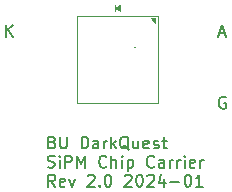
<source format=gbr>
%TF.GenerationSoftware,KiCad,Pcbnew,7.0.5-0*%
%TF.CreationDate,2024-01-09T15:12:00-05:00*%
%TF.ProjectId,SiPM chip carrier,5369504d-2063-4686-9970-206361727269,2.0*%
%TF.SameCoordinates,Original*%
%TF.FileFunction,Legend,Top*%
%TF.FilePolarity,Positive*%
%FSLAX46Y46*%
G04 Gerber Fmt 4.6, Leading zero omitted, Abs format (unit mm)*
G04 Created by KiCad (PCBNEW 7.0.5-0) date 2024-01-09 15:12:00*
%MOMM*%
%LPD*%
G01*
G04 APERTURE LIST*
%ADD10C,0.150000*%
%ADD11C,0.100000*%
G04 APERTURE END LIST*
D10*
X51588001Y-49038000D02*
G75*
G03*
X51588001Y-49038000I-1J0D01*
G01*
X58709160Y-47844104D02*
X59185350Y-47844104D01*
X58613922Y-48129819D02*
X58947255Y-47129819D01*
X58947255Y-47129819D02*
X59280588Y-48129819D01*
X59280588Y-53273438D02*
X59185350Y-53225819D01*
X59185350Y-53225819D02*
X59042493Y-53225819D01*
X59042493Y-53225819D02*
X58899636Y-53273438D01*
X58899636Y-53273438D02*
X58804398Y-53368676D01*
X58804398Y-53368676D02*
X58756779Y-53463914D01*
X58756779Y-53463914D02*
X58709160Y-53654390D01*
X58709160Y-53654390D02*
X58709160Y-53797247D01*
X58709160Y-53797247D02*
X58756779Y-53987723D01*
X58756779Y-53987723D02*
X58804398Y-54082961D01*
X58804398Y-54082961D02*
X58899636Y-54178200D01*
X58899636Y-54178200D02*
X59042493Y-54225819D01*
X59042493Y-54225819D02*
X59137731Y-54225819D01*
X59137731Y-54225819D02*
X59280588Y-54178200D01*
X59280588Y-54178200D02*
X59328207Y-54130580D01*
X59328207Y-54130580D02*
X59328207Y-53797247D01*
X59328207Y-53797247D02*
X59137731Y-53797247D01*
X40722779Y-48129819D02*
X40722779Y-47129819D01*
X41294207Y-48129819D02*
X40865636Y-47558390D01*
X41294207Y-47129819D02*
X40722779Y-47701247D01*
X44612112Y-57086009D02*
X44754969Y-57133628D01*
X44754969Y-57133628D02*
X44802588Y-57181247D01*
X44802588Y-57181247D02*
X44850207Y-57276485D01*
X44850207Y-57276485D02*
X44850207Y-57419342D01*
X44850207Y-57419342D02*
X44802588Y-57514580D01*
X44802588Y-57514580D02*
X44754969Y-57562200D01*
X44754969Y-57562200D02*
X44659731Y-57609819D01*
X44659731Y-57609819D02*
X44278779Y-57609819D01*
X44278779Y-57609819D02*
X44278779Y-56609819D01*
X44278779Y-56609819D02*
X44612112Y-56609819D01*
X44612112Y-56609819D02*
X44707350Y-56657438D01*
X44707350Y-56657438D02*
X44754969Y-56705057D01*
X44754969Y-56705057D02*
X44802588Y-56800295D01*
X44802588Y-56800295D02*
X44802588Y-56895533D01*
X44802588Y-56895533D02*
X44754969Y-56990771D01*
X44754969Y-56990771D02*
X44707350Y-57038390D01*
X44707350Y-57038390D02*
X44612112Y-57086009D01*
X44612112Y-57086009D02*
X44278779Y-57086009D01*
X45278779Y-56609819D02*
X45278779Y-57419342D01*
X45278779Y-57419342D02*
X45326398Y-57514580D01*
X45326398Y-57514580D02*
X45374017Y-57562200D01*
X45374017Y-57562200D02*
X45469255Y-57609819D01*
X45469255Y-57609819D02*
X45659731Y-57609819D01*
X45659731Y-57609819D02*
X45754969Y-57562200D01*
X45754969Y-57562200D02*
X45802588Y-57514580D01*
X45802588Y-57514580D02*
X45850207Y-57419342D01*
X45850207Y-57419342D02*
X45850207Y-56609819D01*
X47088303Y-57609819D02*
X47088303Y-56609819D01*
X47088303Y-56609819D02*
X47326398Y-56609819D01*
X47326398Y-56609819D02*
X47469255Y-56657438D01*
X47469255Y-56657438D02*
X47564493Y-56752676D01*
X47564493Y-56752676D02*
X47612112Y-56847914D01*
X47612112Y-56847914D02*
X47659731Y-57038390D01*
X47659731Y-57038390D02*
X47659731Y-57181247D01*
X47659731Y-57181247D02*
X47612112Y-57371723D01*
X47612112Y-57371723D02*
X47564493Y-57466961D01*
X47564493Y-57466961D02*
X47469255Y-57562200D01*
X47469255Y-57562200D02*
X47326398Y-57609819D01*
X47326398Y-57609819D02*
X47088303Y-57609819D01*
X48516874Y-57609819D02*
X48516874Y-57086009D01*
X48516874Y-57086009D02*
X48469255Y-56990771D01*
X48469255Y-56990771D02*
X48374017Y-56943152D01*
X48374017Y-56943152D02*
X48183541Y-56943152D01*
X48183541Y-56943152D02*
X48088303Y-56990771D01*
X48516874Y-57562200D02*
X48421636Y-57609819D01*
X48421636Y-57609819D02*
X48183541Y-57609819D01*
X48183541Y-57609819D02*
X48088303Y-57562200D01*
X48088303Y-57562200D02*
X48040684Y-57466961D01*
X48040684Y-57466961D02*
X48040684Y-57371723D01*
X48040684Y-57371723D02*
X48088303Y-57276485D01*
X48088303Y-57276485D02*
X48183541Y-57228866D01*
X48183541Y-57228866D02*
X48421636Y-57228866D01*
X48421636Y-57228866D02*
X48516874Y-57181247D01*
X48993065Y-57609819D02*
X48993065Y-56943152D01*
X48993065Y-57133628D02*
X49040684Y-57038390D01*
X49040684Y-57038390D02*
X49088303Y-56990771D01*
X49088303Y-56990771D02*
X49183541Y-56943152D01*
X49183541Y-56943152D02*
X49278779Y-56943152D01*
X49612113Y-57609819D02*
X49612113Y-56609819D01*
X49707351Y-57228866D02*
X49993065Y-57609819D01*
X49993065Y-56943152D02*
X49612113Y-57324104D01*
X51088303Y-57705057D02*
X50993065Y-57657438D01*
X50993065Y-57657438D02*
X50897827Y-57562200D01*
X50897827Y-57562200D02*
X50754970Y-57419342D01*
X50754970Y-57419342D02*
X50659732Y-57371723D01*
X50659732Y-57371723D02*
X50564494Y-57371723D01*
X50612113Y-57609819D02*
X50516875Y-57562200D01*
X50516875Y-57562200D02*
X50421637Y-57466961D01*
X50421637Y-57466961D02*
X50374018Y-57276485D01*
X50374018Y-57276485D02*
X50374018Y-56943152D01*
X50374018Y-56943152D02*
X50421637Y-56752676D01*
X50421637Y-56752676D02*
X50516875Y-56657438D01*
X50516875Y-56657438D02*
X50612113Y-56609819D01*
X50612113Y-56609819D02*
X50802589Y-56609819D01*
X50802589Y-56609819D02*
X50897827Y-56657438D01*
X50897827Y-56657438D02*
X50993065Y-56752676D01*
X50993065Y-56752676D02*
X51040684Y-56943152D01*
X51040684Y-56943152D02*
X51040684Y-57276485D01*
X51040684Y-57276485D02*
X50993065Y-57466961D01*
X50993065Y-57466961D02*
X50897827Y-57562200D01*
X50897827Y-57562200D02*
X50802589Y-57609819D01*
X50802589Y-57609819D02*
X50612113Y-57609819D01*
X51897827Y-56943152D02*
X51897827Y-57609819D01*
X51469256Y-56943152D02*
X51469256Y-57466961D01*
X51469256Y-57466961D02*
X51516875Y-57562200D01*
X51516875Y-57562200D02*
X51612113Y-57609819D01*
X51612113Y-57609819D02*
X51754970Y-57609819D01*
X51754970Y-57609819D02*
X51850208Y-57562200D01*
X51850208Y-57562200D02*
X51897827Y-57514580D01*
X52754970Y-57562200D02*
X52659732Y-57609819D01*
X52659732Y-57609819D02*
X52469256Y-57609819D01*
X52469256Y-57609819D02*
X52374018Y-57562200D01*
X52374018Y-57562200D02*
X52326399Y-57466961D01*
X52326399Y-57466961D02*
X52326399Y-57086009D01*
X52326399Y-57086009D02*
X52374018Y-56990771D01*
X52374018Y-56990771D02*
X52469256Y-56943152D01*
X52469256Y-56943152D02*
X52659732Y-56943152D01*
X52659732Y-56943152D02*
X52754970Y-56990771D01*
X52754970Y-56990771D02*
X52802589Y-57086009D01*
X52802589Y-57086009D02*
X52802589Y-57181247D01*
X52802589Y-57181247D02*
X52326399Y-57276485D01*
X53183542Y-57562200D02*
X53278780Y-57609819D01*
X53278780Y-57609819D02*
X53469256Y-57609819D01*
X53469256Y-57609819D02*
X53564494Y-57562200D01*
X53564494Y-57562200D02*
X53612113Y-57466961D01*
X53612113Y-57466961D02*
X53612113Y-57419342D01*
X53612113Y-57419342D02*
X53564494Y-57324104D01*
X53564494Y-57324104D02*
X53469256Y-57276485D01*
X53469256Y-57276485D02*
X53326399Y-57276485D01*
X53326399Y-57276485D02*
X53231161Y-57228866D01*
X53231161Y-57228866D02*
X53183542Y-57133628D01*
X53183542Y-57133628D02*
X53183542Y-57086009D01*
X53183542Y-57086009D02*
X53231161Y-56990771D01*
X53231161Y-56990771D02*
X53326399Y-56943152D01*
X53326399Y-56943152D02*
X53469256Y-56943152D01*
X53469256Y-56943152D02*
X53564494Y-56990771D01*
X53897828Y-56943152D02*
X54278780Y-56943152D01*
X54040685Y-56609819D02*
X54040685Y-57466961D01*
X54040685Y-57466961D02*
X54088304Y-57562200D01*
X54088304Y-57562200D02*
X54183542Y-57609819D01*
X54183542Y-57609819D02*
X54278780Y-57609819D01*
X44231160Y-59172200D02*
X44374017Y-59219819D01*
X44374017Y-59219819D02*
X44612112Y-59219819D01*
X44612112Y-59219819D02*
X44707350Y-59172200D01*
X44707350Y-59172200D02*
X44754969Y-59124580D01*
X44754969Y-59124580D02*
X44802588Y-59029342D01*
X44802588Y-59029342D02*
X44802588Y-58934104D01*
X44802588Y-58934104D02*
X44754969Y-58838866D01*
X44754969Y-58838866D02*
X44707350Y-58791247D01*
X44707350Y-58791247D02*
X44612112Y-58743628D01*
X44612112Y-58743628D02*
X44421636Y-58696009D01*
X44421636Y-58696009D02*
X44326398Y-58648390D01*
X44326398Y-58648390D02*
X44278779Y-58600771D01*
X44278779Y-58600771D02*
X44231160Y-58505533D01*
X44231160Y-58505533D02*
X44231160Y-58410295D01*
X44231160Y-58410295D02*
X44278779Y-58315057D01*
X44278779Y-58315057D02*
X44326398Y-58267438D01*
X44326398Y-58267438D02*
X44421636Y-58219819D01*
X44421636Y-58219819D02*
X44659731Y-58219819D01*
X44659731Y-58219819D02*
X44802588Y-58267438D01*
X45231160Y-59219819D02*
X45231160Y-58553152D01*
X45231160Y-58219819D02*
X45183541Y-58267438D01*
X45183541Y-58267438D02*
X45231160Y-58315057D01*
X45231160Y-58315057D02*
X45278779Y-58267438D01*
X45278779Y-58267438D02*
X45231160Y-58219819D01*
X45231160Y-58219819D02*
X45231160Y-58315057D01*
X45707350Y-59219819D02*
X45707350Y-58219819D01*
X45707350Y-58219819D02*
X46088302Y-58219819D01*
X46088302Y-58219819D02*
X46183540Y-58267438D01*
X46183540Y-58267438D02*
X46231159Y-58315057D01*
X46231159Y-58315057D02*
X46278778Y-58410295D01*
X46278778Y-58410295D02*
X46278778Y-58553152D01*
X46278778Y-58553152D02*
X46231159Y-58648390D01*
X46231159Y-58648390D02*
X46183540Y-58696009D01*
X46183540Y-58696009D02*
X46088302Y-58743628D01*
X46088302Y-58743628D02*
X45707350Y-58743628D01*
X46707350Y-59219819D02*
X46707350Y-58219819D01*
X46707350Y-58219819D02*
X47040683Y-58934104D01*
X47040683Y-58934104D02*
X47374016Y-58219819D01*
X47374016Y-58219819D02*
X47374016Y-59219819D01*
X49183540Y-59124580D02*
X49135921Y-59172200D01*
X49135921Y-59172200D02*
X48993064Y-59219819D01*
X48993064Y-59219819D02*
X48897826Y-59219819D01*
X48897826Y-59219819D02*
X48754969Y-59172200D01*
X48754969Y-59172200D02*
X48659731Y-59076961D01*
X48659731Y-59076961D02*
X48612112Y-58981723D01*
X48612112Y-58981723D02*
X48564493Y-58791247D01*
X48564493Y-58791247D02*
X48564493Y-58648390D01*
X48564493Y-58648390D02*
X48612112Y-58457914D01*
X48612112Y-58457914D02*
X48659731Y-58362676D01*
X48659731Y-58362676D02*
X48754969Y-58267438D01*
X48754969Y-58267438D02*
X48897826Y-58219819D01*
X48897826Y-58219819D02*
X48993064Y-58219819D01*
X48993064Y-58219819D02*
X49135921Y-58267438D01*
X49135921Y-58267438D02*
X49183540Y-58315057D01*
X49612112Y-59219819D02*
X49612112Y-58219819D01*
X50040683Y-59219819D02*
X50040683Y-58696009D01*
X50040683Y-58696009D02*
X49993064Y-58600771D01*
X49993064Y-58600771D02*
X49897826Y-58553152D01*
X49897826Y-58553152D02*
X49754969Y-58553152D01*
X49754969Y-58553152D02*
X49659731Y-58600771D01*
X49659731Y-58600771D02*
X49612112Y-58648390D01*
X50516874Y-59219819D02*
X50516874Y-58553152D01*
X50516874Y-58219819D02*
X50469255Y-58267438D01*
X50469255Y-58267438D02*
X50516874Y-58315057D01*
X50516874Y-58315057D02*
X50564493Y-58267438D01*
X50564493Y-58267438D02*
X50516874Y-58219819D01*
X50516874Y-58219819D02*
X50516874Y-58315057D01*
X50993064Y-58553152D02*
X50993064Y-59553152D01*
X50993064Y-58600771D02*
X51088302Y-58553152D01*
X51088302Y-58553152D02*
X51278778Y-58553152D01*
X51278778Y-58553152D02*
X51374016Y-58600771D01*
X51374016Y-58600771D02*
X51421635Y-58648390D01*
X51421635Y-58648390D02*
X51469254Y-58743628D01*
X51469254Y-58743628D02*
X51469254Y-59029342D01*
X51469254Y-59029342D02*
X51421635Y-59124580D01*
X51421635Y-59124580D02*
X51374016Y-59172200D01*
X51374016Y-59172200D02*
X51278778Y-59219819D01*
X51278778Y-59219819D02*
X51088302Y-59219819D01*
X51088302Y-59219819D02*
X50993064Y-59172200D01*
X53231159Y-59124580D02*
X53183540Y-59172200D01*
X53183540Y-59172200D02*
X53040683Y-59219819D01*
X53040683Y-59219819D02*
X52945445Y-59219819D01*
X52945445Y-59219819D02*
X52802588Y-59172200D01*
X52802588Y-59172200D02*
X52707350Y-59076961D01*
X52707350Y-59076961D02*
X52659731Y-58981723D01*
X52659731Y-58981723D02*
X52612112Y-58791247D01*
X52612112Y-58791247D02*
X52612112Y-58648390D01*
X52612112Y-58648390D02*
X52659731Y-58457914D01*
X52659731Y-58457914D02*
X52707350Y-58362676D01*
X52707350Y-58362676D02*
X52802588Y-58267438D01*
X52802588Y-58267438D02*
X52945445Y-58219819D01*
X52945445Y-58219819D02*
X53040683Y-58219819D01*
X53040683Y-58219819D02*
X53183540Y-58267438D01*
X53183540Y-58267438D02*
X53231159Y-58315057D01*
X54088302Y-59219819D02*
X54088302Y-58696009D01*
X54088302Y-58696009D02*
X54040683Y-58600771D01*
X54040683Y-58600771D02*
X53945445Y-58553152D01*
X53945445Y-58553152D02*
X53754969Y-58553152D01*
X53754969Y-58553152D02*
X53659731Y-58600771D01*
X54088302Y-59172200D02*
X53993064Y-59219819D01*
X53993064Y-59219819D02*
X53754969Y-59219819D01*
X53754969Y-59219819D02*
X53659731Y-59172200D01*
X53659731Y-59172200D02*
X53612112Y-59076961D01*
X53612112Y-59076961D02*
X53612112Y-58981723D01*
X53612112Y-58981723D02*
X53659731Y-58886485D01*
X53659731Y-58886485D02*
X53754969Y-58838866D01*
X53754969Y-58838866D02*
X53993064Y-58838866D01*
X53993064Y-58838866D02*
X54088302Y-58791247D01*
X54564493Y-59219819D02*
X54564493Y-58553152D01*
X54564493Y-58743628D02*
X54612112Y-58648390D01*
X54612112Y-58648390D02*
X54659731Y-58600771D01*
X54659731Y-58600771D02*
X54754969Y-58553152D01*
X54754969Y-58553152D02*
X54850207Y-58553152D01*
X55183541Y-59219819D02*
X55183541Y-58553152D01*
X55183541Y-58743628D02*
X55231160Y-58648390D01*
X55231160Y-58648390D02*
X55278779Y-58600771D01*
X55278779Y-58600771D02*
X55374017Y-58553152D01*
X55374017Y-58553152D02*
X55469255Y-58553152D01*
X55802589Y-59219819D02*
X55802589Y-58553152D01*
X55802589Y-58219819D02*
X55754970Y-58267438D01*
X55754970Y-58267438D02*
X55802589Y-58315057D01*
X55802589Y-58315057D02*
X55850208Y-58267438D01*
X55850208Y-58267438D02*
X55802589Y-58219819D01*
X55802589Y-58219819D02*
X55802589Y-58315057D01*
X56659731Y-59172200D02*
X56564493Y-59219819D01*
X56564493Y-59219819D02*
X56374017Y-59219819D01*
X56374017Y-59219819D02*
X56278779Y-59172200D01*
X56278779Y-59172200D02*
X56231160Y-59076961D01*
X56231160Y-59076961D02*
X56231160Y-58696009D01*
X56231160Y-58696009D02*
X56278779Y-58600771D01*
X56278779Y-58600771D02*
X56374017Y-58553152D01*
X56374017Y-58553152D02*
X56564493Y-58553152D01*
X56564493Y-58553152D02*
X56659731Y-58600771D01*
X56659731Y-58600771D02*
X56707350Y-58696009D01*
X56707350Y-58696009D02*
X56707350Y-58791247D01*
X56707350Y-58791247D02*
X56231160Y-58886485D01*
X57135922Y-59219819D02*
X57135922Y-58553152D01*
X57135922Y-58743628D02*
X57183541Y-58648390D01*
X57183541Y-58648390D02*
X57231160Y-58600771D01*
X57231160Y-58600771D02*
X57326398Y-58553152D01*
X57326398Y-58553152D02*
X57421636Y-58553152D01*
X44850207Y-60829819D02*
X44516874Y-60353628D01*
X44278779Y-60829819D02*
X44278779Y-59829819D01*
X44278779Y-59829819D02*
X44659731Y-59829819D01*
X44659731Y-59829819D02*
X44754969Y-59877438D01*
X44754969Y-59877438D02*
X44802588Y-59925057D01*
X44802588Y-59925057D02*
X44850207Y-60020295D01*
X44850207Y-60020295D02*
X44850207Y-60163152D01*
X44850207Y-60163152D02*
X44802588Y-60258390D01*
X44802588Y-60258390D02*
X44754969Y-60306009D01*
X44754969Y-60306009D02*
X44659731Y-60353628D01*
X44659731Y-60353628D02*
X44278779Y-60353628D01*
X45659731Y-60782200D02*
X45564493Y-60829819D01*
X45564493Y-60829819D02*
X45374017Y-60829819D01*
X45374017Y-60829819D02*
X45278779Y-60782200D01*
X45278779Y-60782200D02*
X45231160Y-60686961D01*
X45231160Y-60686961D02*
X45231160Y-60306009D01*
X45231160Y-60306009D02*
X45278779Y-60210771D01*
X45278779Y-60210771D02*
X45374017Y-60163152D01*
X45374017Y-60163152D02*
X45564493Y-60163152D01*
X45564493Y-60163152D02*
X45659731Y-60210771D01*
X45659731Y-60210771D02*
X45707350Y-60306009D01*
X45707350Y-60306009D02*
X45707350Y-60401247D01*
X45707350Y-60401247D02*
X45231160Y-60496485D01*
X46040684Y-60163152D02*
X46278779Y-60829819D01*
X46278779Y-60829819D02*
X46516874Y-60163152D01*
X47612113Y-59925057D02*
X47659732Y-59877438D01*
X47659732Y-59877438D02*
X47754970Y-59829819D01*
X47754970Y-59829819D02*
X47993065Y-59829819D01*
X47993065Y-59829819D02*
X48088303Y-59877438D01*
X48088303Y-59877438D02*
X48135922Y-59925057D01*
X48135922Y-59925057D02*
X48183541Y-60020295D01*
X48183541Y-60020295D02*
X48183541Y-60115533D01*
X48183541Y-60115533D02*
X48135922Y-60258390D01*
X48135922Y-60258390D02*
X47564494Y-60829819D01*
X47564494Y-60829819D02*
X48183541Y-60829819D01*
X48612113Y-60734580D02*
X48659732Y-60782200D01*
X48659732Y-60782200D02*
X48612113Y-60829819D01*
X48612113Y-60829819D02*
X48564494Y-60782200D01*
X48564494Y-60782200D02*
X48612113Y-60734580D01*
X48612113Y-60734580D02*
X48612113Y-60829819D01*
X49278779Y-59829819D02*
X49374017Y-59829819D01*
X49374017Y-59829819D02*
X49469255Y-59877438D01*
X49469255Y-59877438D02*
X49516874Y-59925057D01*
X49516874Y-59925057D02*
X49564493Y-60020295D01*
X49564493Y-60020295D02*
X49612112Y-60210771D01*
X49612112Y-60210771D02*
X49612112Y-60448866D01*
X49612112Y-60448866D02*
X49564493Y-60639342D01*
X49564493Y-60639342D02*
X49516874Y-60734580D01*
X49516874Y-60734580D02*
X49469255Y-60782200D01*
X49469255Y-60782200D02*
X49374017Y-60829819D01*
X49374017Y-60829819D02*
X49278779Y-60829819D01*
X49278779Y-60829819D02*
X49183541Y-60782200D01*
X49183541Y-60782200D02*
X49135922Y-60734580D01*
X49135922Y-60734580D02*
X49088303Y-60639342D01*
X49088303Y-60639342D02*
X49040684Y-60448866D01*
X49040684Y-60448866D02*
X49040684Y-60210771D01*
X49040684Y-60210771D02*
X49088303Y-60020295D01*
X49088303Y-60020295D02*
X49135922Y-59925057D01*
X49135922Y-59925057D02*
X49183541Y-59877438D01*
X49183541Y-59877438D02*
X49278779Y-59829819D01*
X50754970Y-59925057D02*
X50802589Y-59877438D01*
X50802589Y-59877438D02*
X50897827Y-59829819D01*
X50897827Y-59829819D02*
X51135922Y-59829819D01*
X51135922Y-59829819D02*
X51231160Y-59877438D01*
X51231160Y-59877438D02*
X51278779Y-59925057D01*
X51278779Y-59925057D02*
X51326398Y-60020295D01*
X51326398Y-60020295D02*
X51326398Y-60115533D01*
X51326398Y-60115533D02*
X51278779Y-60258390D01*
X51278779Y-60258390D02*
X50707351Y-60829819D01*
X50707351Y-60829819D02*
X51326398Y-60829819D01*
X51945446Y-59829819D02*
X52040684Y-59829819D01*
X52040684Y-59829819D02*
X52135922Y-59877438D01*
X52135922Y-59877438D02*
X52183541Y-59925057D01*
X52183541Y-59925057D02*
X52231160Y-60020295D01*
X52231160Y-60020295D02*
X52278779Y-60210771D01*
X52278779Y-60210771D02*
X52278779Y-60448866D01*
X52278779Y-60448866D02*
X52231160Y-60639342D01*
X52231160Y-60639342D02*
X52183541Y-60734580D01*
X52183541Y-60734580D02*
X52135922Y-60782200D01*
X52135922Y-60782200D02*
X52040684Y-60829819D01*
X52040684Y-60829819D02*
X51945446Y-60829819D01*
X51945446Y-60829819D02*
X51850208Y-60782200D01*
X51850208Y-60782200D02*
X51802589Y-60734580D01*
X51802589Y-60734580D02*
X51754970Y-60639342D01*
X51754970Y-60639342D02*
X51707351Y-60448866D01*
X51707351Y-60448866D02*
X51707351Y-60210771D01*
X51707351Y-60210771D02*
X51754970Y-60020295D01*
X51754970Y-60020295D02*
X51802589Y-59925057D01*
X51802589Y-59925057D02*
X51850208Y-59877438D01*
X51850208Y-59877438D02*
X51945446Y-59829819D01*
X52659732Y-59925057D02*
X52707351Y-59877438D01*
X52707351Y-59877438D02*
X52802589Y-59829819D01*
X52802589Y-59829819D02*
X53040684Y-59829819D01*
X53040684Y-59829819D02*
X53135922Y-59877438D01*
X53135922Y-59877438D02*
X53183541Y-59925057D01*
X53183541Y-59925057D02*
X53231160Y-60020295D01*
X53231160Y-60020295D02*
X53231160Y-60115533D01*
X53231160Y-60115533D02*
X53183541Y-60258390D01*
X53183541Y-60258390D02*
X52612113Y-60829819D01*
X52612113Y-60829819D02*
X53231160Y-60829819D01*
X54088303Y-60163152D02*
X54088303Y-60829819D01*
X53850208Y-59782200D02*
X53612113Y-60496485D01*
X53612113Y-60496485D02*
X54231160Y-60496485D01*
X54612113Y-60448866D02*
X55374018Y-60448866D01*
X56040684Y-59829819D02*
X56135922Y-59829819D01*
X56135922Y-59829819D02*
X56231160Y-59877438D01*
X56231160Y-59877438D02*
X56278779Y-59925057D01*
X56278779Y-59925057D02*
X56326398Y-60020295D01*
X56326398Y-60020295D02*
X56374017Y-60210771D01*
X56374017Y-60210771D02*
X56374017Y-60448866D01*
X56374017Y-60448866D02*
X56326398Y-60639342D01*
X56326398Y-60639342D02*
X56278779Y-60734580D01*
X56278779Y-60734580D02*
X56231160Y-60782200D01*
X56231160Y-60782200D02*
X56135922Y-60829819D01*
X56135922Y-60829819D02*
X56040684Y-60829819D01*
X56040684Y-60829819D02*
X55945446Y-60782200D01*
X55945446Y-60782200D02*
X55897827Y-60734580D01*
X55897827Y-60734580D02*
X55850208Y-60639342D01*
X55850208Y-60639342D02*
X55802589Y-60448866D01*
X55802589Y-60448866D02*
X55802589Y-60210771D01*
X55802589Y-60210771D02*
X55850208Y-60020295D01*
X55850208Y-60020295D02*
X55897827Y-59925057D01*
X55897827Y-59925057D02*
X55945446Y-59877438D01*
X55945446Y-59877438D02*
X56040684Y-59829819D01*
X57326398Y-60829819D02*
X56754970Y-60829819D01*
X57040684Y-60829819D02*
X57040684Y-59829819D01*
X57040684Y-59829819D02*
X56945446Y-59972676D01*
X56945446Y-59972676D02*
X56850208Y-60067914D01*
X56850208Y-60067914D02*
X56754970Y-60115533D01*
D11*
%TO.C,D1*%
X49906000Y-45952000D02*
X49906000Y-45452000D01*
X53556000Y-53752000D02*
X46656000Y-53752000D01*
X46656000Y-53752000D02*
X46656000Y-46352000D01*
X46656000Y-46352000D02*
X53556000Y-46352000D01*
X53556000Y-46352000D02*
X53556000Y-53752000D01*
X53306000Y-47002000D02*
X52956000Y-46602000D01*
X53306000Y-46602000D01*
X53306000Y-47002000D01*
G36*
X53306000Y-47002000D02*
G01*
X52956000Y-46602000D01*
X53306000Y-46602000D01*
X53306000Y-47002000D01*
G37*
X50306000Y-45952000D02*
X49956000Y-45702000D01*
X50306000Y-45452000D01*
X50306000Y-45952000D01*
G36*
X50306000Y-45952000D02*
G01*
X49956000Y-45702000D01*
X50306000Y-45452000D01*
X50306000Y-45952000D01*
G37*
%TD*%
M02*

</source>
